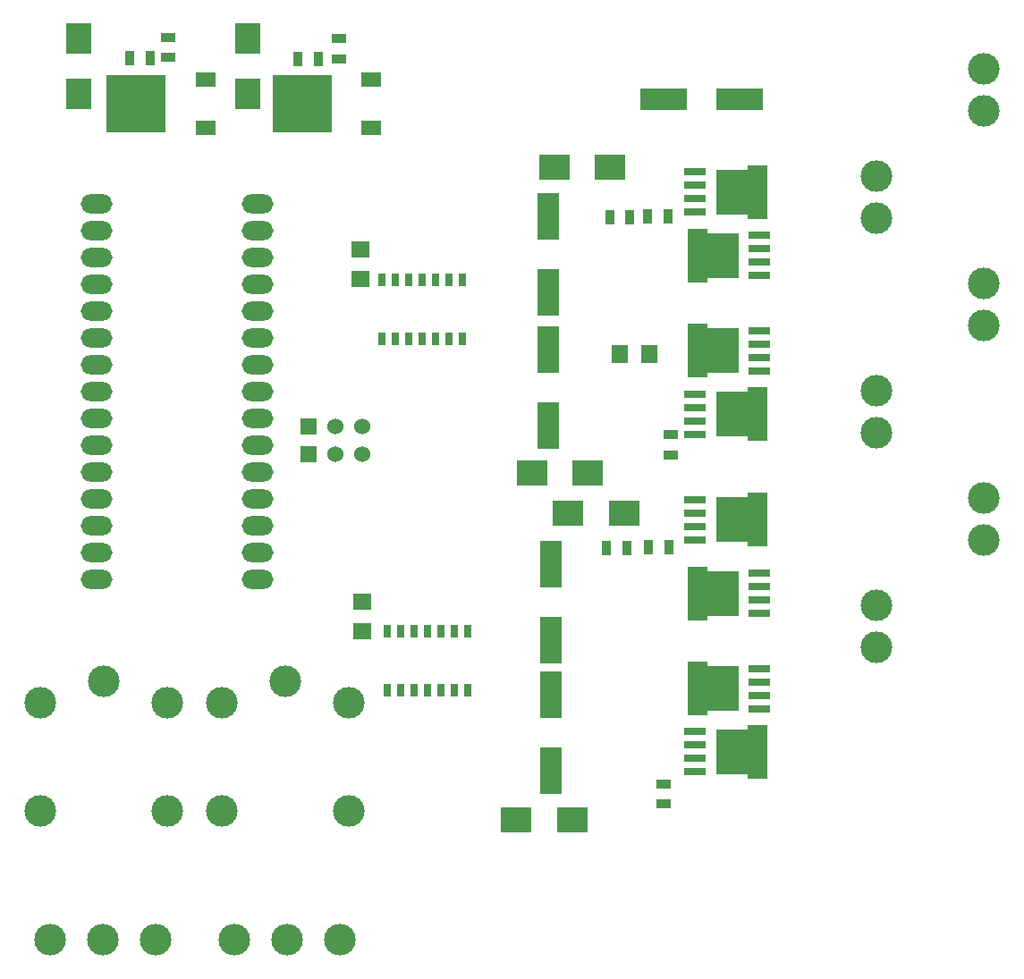
<source format=gts>
G04 (created by PCBNEW (2013-07-07 BZR 4022)-stable) date 01/04/2014 01:53:02*
%MOIN*%
G04 Gerber Fmt 3.4, Leading zero omitted, Abs format*
%FSLAX34Y34*%
G01*
G70*
G90*
G04 APERTURE LIST*
%ADD10C,0.00590551*%
%ADD11R,0.224409X0.216535*%
%ADD12R,0.0748031X0.0551181*%
%ADD13R,0.127953X0.17126*%
%ADD14R,0.0767717X0.202756*%
%ADD15R,0.0826772X0.0314961*%
%ADD16R,0.0787402X0.0275591*%
%ADD17R,0.025X0.05*%
%ADD18R,0.055X0.035*%
%ADD19R,0.035X0.055*%
%ADD20R,0.06X0.06*%
%ADD21C,0.06*%
%ADD22C,0.11811*%
%ADD23R,0.0787402X0.173228*%
%ADD24R,0.173228X0.0787402*%
%ADD25R,0.114173X0.0944882*%
%ADD26R,0.0944882X0.114173*%
%ADD27R,0.071X0.063*%
%ADD28R,0.063X0.071*%
%ADD29O,0.11811X0.0708661*%
%ADD30O,0.11811X0.11811*%
G04 APERTURE END LIST*
G54D10*
G54D11*
X41003Y-27322D03*
G54D12*
X43582Y-28228D03*
X43582Y-26417D03*
G54D11*
X47185Y-27322D03*
G54D12*
X49763Y-28228D03*
X49763Y-26417D03*
G54D13*
X63248Y-38897D03*
G54D14*
X64153Y-38897D03*
G54D15*
X61837Y-38147D03*
G54D16*
X61837Y-38647D03*
X61837Y-39147D03*
X61837Y-39647D03*
G54D13*
X62814Y-45590D03*
G54D14*
X61909Y-45590D03*
G54D15*
X64225Y-46340D03*
G54D16*
X64225Y-45840D03*
X64225Y-45340D03*
X64225Y-44840D03*
G54D13*
X63248Y-42834D03*
G54D14*
X64153Y-42834D03*
G54D15*
X61837Y-42084D03*
G54D16*
X61837Y-42584D03*
X61837Y-43084D03*
X61837Y-43584D03*
G54D13*
X62814Y-49133D03*
G54D14*
X61909Y-49133D03*
G54D15*
X64225Y-49883D03*
G54D16*
X64225Y-49383D03*
X64225Y-48883D03*
X64225Y-48383D03*
G54D13*
X63248Y-51496D03*
G54D14*
X64153Y-51496D03*
G54D15*
X61837Y-50746D03*
G54D16*
X61837Y-51246D03*
X61837Y-51746D03*
X61837Y-52246D03*
G54D13*
X62814Y-36535D03*
G54D14*
X61909Y-36535D03*
G54D15*
X64225Y-37285D03*
G54D16*
X64225Y-36785D03*
X64225Y-36285D03*
X64225Y-35785D03*
G54D13*
X63248Y-30629D03*
G54D14*
X64153Y-30629D03*
G54D15*
X61837Y-29879D03*
G54D16*
X61837Y-30379D03*
X61837Y-30879D03*
X61837Y-31379D03*
G54D13*
X62814Y-32992D03*
G54D14*
X61909Y-32992D03*
G54D15*
X64225Y-33742D03*
G54D16*
X64225Y-33242D03*
X64225Y-32742D03*
X64225Y-32242D03*
G54D17*
X50350Y-49210D03*
X50850Y-49210D03*
X51350Y-49210D03*
X51850Y-49210D03*
X52350Y-49210D03*
X52850Y-49210D03*
X53350Y-49210D03*
X53350Y-47010D03*
X52850Y-47010D03*
X52350Y-47010D03*
X51850Y-47010D03*
X51350Y-47010D03*
X50850Y-47010D03*
X50350Y-47010D03*
X50153Y-36100D03*
X50653Y-36100D03*
X51153Y-36100D03*
X51653Y-36100D03*
X52153Y-36100D03*
X52653Y-36100D03*
X53153Y-36100D03*
X53153Y-33900D03*
X52653Y-33900D03*
X52153Y-33900D03*
X51653Y-33900D03*
X51153Y-33900D03*
X50653Y-33900D03*
X50153Y-33900D03*
G54D18*
X42204Y-25611D03*
X42204Y-24861D03*
X60669Y-53445D03*
X60669Y-52695D03*
G54D19*
X60097Y-43858D03*
X60847Y-43858D03*
X58522Y-43897D03*
X59272Y-43897D03*
X40766Y-25629D03*
X41516Y-25629D03*
G54D18*
X48543Y-25650D03*
X48543Y-24900D03*
G54D19*
X47026Y-25669D03*
X47776Y-25669D03*
G54D18*
X60905Y-40414D03*
X60905Y-39664D03*
G54D19*
X60058Y-31535D03*
X60808Y-31535D03*
X58640Y-31574D03*
X59390Y-31574D03*
G54D20*
X47425Y-39370D03*
G54D21*
X48425Y-39370D03*
X49425Y-39370D03*
G54D20*
X47425Y-40393D03*
G54D21*
X48425Y-40393D03*
X49425Y-40393D03*
G54D22*
X39783Y-48877D03*
X42145Y-49665D03*
X42145Y-53681D03*
X37421Y-53681D03*
X37421Y-49665D03*
X46555Y-48877D03*
X48917Y-49665D03*
X48917Y-53681D03*
X44192Y-53681D03*
X44192Y-49665D03*
G54D23*
X56456Y-49370D03*
X56456Y-52204D03*
X56338Y-34370D03*
X56338Y-31535D03*
G54D24*
X63503Y-27165D03*
X60669Y-27165D03*
G54D23*
X56456Y-47322D03*
X56456Y-44488D03*
X56338Y-36496D03*
X56338Y-39330D03*
G54D25*
X57244Y-54015D03*
X55157Y-54015D03*
X59173Y-42598D03*
X57086Y-42598D03*
X58661Y-29685D03*
X56574Y-29685D03*
G54D26*
X45157Y-26968D03*
X45157Y-24881D03*
X38858Y-26968D03*
X38858Y-24881D03*
G54D25*
X57834Y-41102D03*
X55748Y-41102D03*
G54D27*
X49409Y-47006D03*
X49409Y-45906D03*
G54D28*
X59016Y-36653D03*
X60116Y-36653D03*
G54D27*
X49370Y-33857D03*
X49370Y-32757D03*
G54D29*
X45519Y-45055D03*
X45519Y-44055D03*
X45519Y-43055D03*
X45519Y-42055D03*
X45519Y-41055D03*
X45519Y-40055D03*
X45519Y-39055D03*
X45519Y-38055D03*
X45519Y-37055D03*
X45519Y-36055D03*
X45519Y-35055D03*
X45519Y-34055D03*
X45519Y-33055D03*
X45519Y-32055D03*
X45519Y-31055D03*
X39519Y-31055D03*
X39519Y-32055D03*
X39519Y-33055D03*
X39519Y-34055D03*
X39519Y-35055D03*
X39519Y-36055D03*
X39519Y-37055D03*
X39519Y-38055D03*
X39519Y-39055D03*
X39519Y-40055D03*
X39519Y-41055D03*
X39519Y-42055D03*
X39519Y-43055D03*
X39519Y-44055D03*
X39519Y-45055D03*
G54D22*
X72598Y-26023D03*
X72598Y-27603D03*
X68598Y-30023D03*
X68598Y-31603D03*
X72598Y-34023D03*
X72598Y-35603D03*
X68598Y-38023D03*
X68598Y-39603D03*
X72588Y-42023D03*
X72593Y-43603D03*
X68598Y-46023D03*
X68598Y-47603D03*
G54D30*
X44645Y-58503D03*
X46614Y-58503D03*
X48582Y-58503D03*
X37795Y-58503D03*
X39763Y-58503D03*
X41732Y-58503D03*
M02*

</source>
